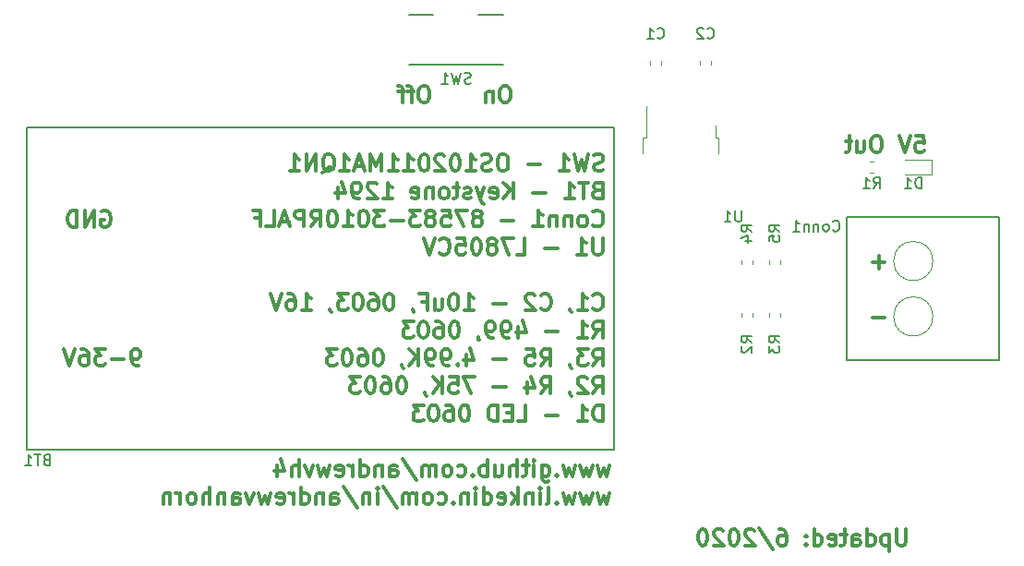
<source format=gbr>
G04 #@! TF.GenerationSoftware,KiCad,Pcbnew,(5.0.2)-1*
G04 #@! TF.CreationDate,2020-06-10T19:57:50-05:00*
G04 #@! TF.ProjectId,BusinessCards,42757369-6e65-4737-9343-617264732e6b,rev?*
G04 #@! TF.SameCoordinates,Original*
G04 #@! TF.FileFunction,Legend,Bot*
G04 #@! TF.FilePolarity,Positive*
%FSLAX46Y46*%
G04 Gerber Fmt 4.6, Leading zero omitted, Abs format (unit mm)*
G04 Created by KiCad (PCBNEW (5.0.2)-1) date 6/10/2020 7:57:50 PM*
%MOMM*%
%LPD*%
G01*
G04 APERTURE LIST*
%ADD10C,0.300000*%
%ADD11C,0.150000*%
%ADD12C,0.120000*%
G04 APERTURE END LIST*
D10*
X187300000Y-98238571D02*
X187300000Y-99452857D01*
X187228571Y-99595714D01*
X187157142Y-99667142D01*
X187014285Y-99738571D01*
X186728571Y-99738571D01*
X186585714Y-99667142D01*
X186514285Y-99595714D01*
X186442857Y-99452857D01*
X186442857Y-98238571D01*
X185728571Y-98738571D02*
X185728571Y-100238571D01*
X185728571Y-98810000D02*
X185585714Y-98738571D01*
X185300000Y-98738571D01*
X185157142Y-98810000D01*
X185085714Y-98881428D01*
X185014285Y-99024285D01*
X185014285Y-99452857D01*
X185085714Y-99595714D01*
X185157142Y-99667142D01*
X185300000Y-99738571D01*
X185585714Y-99738571D01*
X185728571Y-99667142D01*
X183728571Y-99738571D02*
X183728571Y-98238571D01*
X183728571Y-99667142D02*
X183871428Y-99738571D01*
X184157142Y-99738571D01*
X184300000Y-99667142D01*
X184371428Y-99595714D01*
X184442857Y-99452857D01*
X184442857Y-99024285D01*
X184371428Y-98881428D01*
X184300000Y-98810000D01*
X184157142Y-98738571D01*
X183871428Y-98738571D01*
X183728571Y-98810000D01*
X182371428Y-99738571D02*
X182371428Y-98952857D01*
X182442857Y-98810000D01*
X182585714Y-98738571D01*
X182871428Y-98738571D01*
X183014285Y-98810000D01*
X182371428Y-99667142D02*
X182514285Y-99738571D01*
X182871428Y-99738571D01*
X183014285Y-99667142D01*
X183085714Y-99524285D01*
X183085714Y-99381428D01*
X183014285Y-99238571D01*
X182871428Y-99167142D01*
X182514285Y-99167142D01*
X182371428Y-99095714D01*
X181871428Y-98738571D02*
X181300000Y-98738571D01*
X181657142Y-98238571D02*
X181657142Y-99524285D01*
X181585714Y-99667142D01*
X181442857Y-99738571D01*
X181300000Y-99738571D01*
X180228571Y-99667142D02*
X180371428Y-99738571D01*
X180657142Y-99738571D01*
X180800000Y-99667142D01*
X180871428Y-99524285D01*
X180871428Y-98952857D01*
X180800000Y-98810000D01*
X180657142Y-98738571D01*
X180371428Y-98738571D01*
X180228571Y-98810000D01*
X180157142Y-98952857D01*
X180157142Y-99095714D01*
X180871428Y-99238571D01*
X178871428Y-99738571D02*
X178871428Y-98238571D01*
X178871428Y-99667142D02*
X179014285Y-99738571D01*
X179300000Y-99738571D01*
X179442857Y-99667142D01*
X179514285Y-99595714D01*
X179585714Y-99452857D01*
X179585714Y-99024285D01*
X179514285Y-98881428D01*
X179442857Y-98810000D01*
X179300000Y-98738571D01*
X179014285Y-98738571D01*
X178871428Y-98810000D01*
X178157142Y-99595714D02*
X178085714Y-99667142D01*
X178157142Y-99738571D01*
X178228571Y-99667142D01*
X178157142Y-99595714D01*
X178157142Y-99738571D01*
X178157142Y-98810000D02*
X178085714Y-98881428D01*
X178157142Y-98952857D01*
X178228571Y-98881428D01*
X178157142Y-98810000D01*
X178157142Y-98952857D01*
X175657142Y-98238571D02*
X175942857Y-98238571D01*
X176085714Y-98310000D01*
X176157142Y-98381428D01*
X176300000Y-98595714D01*
X176371428Y-98881428D01*
X176371428Y-99452857D01*
X176300000Y-99595714D01*
X176228571Y-99667142D01*
X176085714Y-99738571D01*
X175800000Y-99738571D01*
X175657142Y-99667142D01*
X175585714Y-99595714D01*
X175514285Y-99452857D01*
X175514285Y-99095714D01*
X175585714Y-98952857D01*
X175657142Y-98881428D01*
X175800000Y-98810000D01*
X176085714Y-98810000D01*
X176228571Y-98881428D01*
X176300000Y-98952857D01*
X176371428Y-99095714D01*
X173800000Y-98167142D02*
X175085714Y-100095714D01*
X173371428Y-98381428D02*
X173300000Y-98310000D01*
X173157142Y-98238571D01*
X172800000Y-98238571D01*
X172657142Y-98310000D01*
X172585714Y-98381428D01*
X172514285Y-98524285D01*
X172514285Y-98667142D01*
X172585714Y-98881428D01*
X173442857Y-99738571D01*
X172514285Y-99738571D01*
X171585714Y-98238571D02*
X171442857Y-98238571D01*
X171300000Y-98310000D01*
X171228571Y-98381428D01*
X171157142Y-98524285D01*
X171085714Y-98810000D01*
X171085714Y-99167142D01*
X171157142Y-99452857D01*
X171228571Y-99595714D01*
X171300000Y-99667142D01*
X171442857Y-99738571D01*
X171585714Y-99738571D01*
X171728571Y-99667142D01*
X171800000Y-99595714D01*
X171871428Y-99452857D01*
X171942857Y-99167142D01*
X171942857Y-98810000D01*
X171871428Y-98524285D01*
X171800000Y-98381428D01*
X171728571Y-98310000D01*
X171585714Y-98238571D01*
X170514285Y-98381428D02*
X170442857Y-98310000D01*
X170300000Y-98238571D01*
X169942857Y-98238571D01*
X169800000Y-98310000D01*
X169728571Y-98381428D01*
X169657142Y-98524285D01*
X169657142Y-98667142D01*
X169728571Y-98881428D01*
X170585714Y-99738571D01*
X169657142Y-99738571D01*
X168728571Y-98238571D02*
X168585714Y-98238571D01*
X168442857Y-98310000D01*
X168371428Y-98381428D01*
X168300000Y-98524285D01*
X168228571Y-98810000D01*
X168228571Y-99167142D01*
X168300000Y-99452857D01*
X168371428Y-99595714D01*
X168442857Y-99667142D01*
X168585714Y-99738571D01*
X168728571Y-99738571D01*
X168871428Y-99667142D01*
X168942857Y-99595714D01*
X169014285Y-99452857D01*
X169085714Y-99167142D01*
X169085714Y-98810000D01*
X169014285Y-98524285D01*
X168942857Y-98381428D01*
X168871428Y-98310000D01*
X168728571Y-98238571D01*
X143240000Y-57598571D02*
X142954285Y-57598571D01*
X142811428Y-57670000D01*
X142668571Y-57812857D01*
X142597142Y-58098571D01*
X142597142Y-58598571D01*
X142668571Y-58884285D01*
X142811428Y-59027142D01*
X142954285Y-59098571D01*
X143240000Y-59098571D01*
X143382857Y-59027142D01*
X143525714Y-58884285D01*
X143597142Y-58598571D01*
X143597142Y-58098571D01*
X143525714Y-57812857D01*
X143382857Y-57670000D01*
X143240000Y-57598571D01*
X142168571Y-58098571D02*
X141597142Y-58098571D01*
X141954285Y-59098571D02*
X141954285Y-57812857D01*
X141882857Y-57670000D01*
X141740000Y-57598571D01*
X141597142Y-57598571D01*
X141311428Y-58098571D02*
X140740000Y-58098571D01*
X141097142Y-59098571D02*
X141097142Y-57812857D01*
X141025714Y-57670000D01*
X140882857Y-57598571D01*
X140740000Y-57598571D01*
X150681428Y-57598571D02*
X150395714Y-57598571D01*
X150252857Y-57670000D01*
X150110000Y-57812857D01*
X150038571Y-58098571D01*
X150038571Y-58598571D01*
X150110000Y-58884285D01*
X150252857Y-59027142D01*
X150395714Y-59098571D01*
X150681428Y-59098571D01*
X150824285Y-59027142D01*
X150967142Y-58884285D01*
X151038571Y-58598571D01*
X151038571Y-58098571D01*
X150967142Y-57812857D01*
X150824285Y-57670000D01*
X150681428Y-57598571D01*
X149395714Y-58098571D02*
X149395714Y-59098571D01*
X149395714Y-58241428D02*
X149324285Y-58170000D01*
X149181428Y-58098571D01*
X148967142Y-58098571D01*
X148824285Y-58170000D01*
X148752857Y-58312857D01*
X148752857Y-59098571D01*
X159539285Y-65332142D02*
X159325000Y-65403571D01*
X158967857Y-65403571D01*
X158825000Y-65332142D01*
X158753571Y-65260714D01*
X158682142Y-65117857D01*
X158682142Y-64975000D01*
X158753571Y-64832142D01*
X158825000Y-64760714D01*
X158967857Y-64689285D01*
X159253571Y-64617857D01*
X159396428Y-64546428D01*
X159467857Y-64475000D01*
X159539285Y-64332142D01*
X159539285Y-64189285D01*
X159467857Y-64046428D01*
X159396428Y-63975000D01*
X159253571Y-63903571D01*
X158896428Y-63903571D01*
X158682142Y-63975000D01*
X158182142Y-63903571D02*
X157825000Y-65403571D01*
X157539285Y-64332142D01*
X157253571Y-65403571D01*
X156896428Y-63903571D01*
X155539285Y-65403571D02*
X156396428Y-65403571D01*
X155967857Y-65403571D02*
X155967857Y-63903571D01*
X156110714Y-64117857D01*
X156253571Y-64260714D01*
X156396428Y-64332142D01*
X153753571Y-64832142D02*
X152610714Y-64832142D01*
X150467857Y-63903571D02*
X150182142Y-63903571D01*
X150039285Y-63975000D01*
X149896428Y-64117857D01*
X149825000Y-64403571D01*
X149825000Y-64903571D01*
X149896428Y-65189285D01*
X150039285Y-65332142D01*
X150182142Y-65403571D01*
X150467857Y-65403571D01*
X150610714Y-65332142D01*
X150753571Y-65189285D01*
X150825000Y-64903571D01*
X150825000Y-64403571D01*
X150753571Y-64117857D01*
X150610714Y-63975000D01*
X150467857Y-63903571D01*
X149253571Y-65332142D02*
X149039285Y-65403571D01*
X148682142Y-65403571D01*
X148539285Y-65332142D01*
X148467857Y-65260714D01*
X148396428Y-65117857D01*
X148396428Y-64975000D01*
X148467857Y-64832142D01*
X148539285Y-64760714D01*
X148682142Y-64689285D01*
X148967857Y-64617857D01*
X149110714Y-64546428D01*
X149182142Y-64475000D01*
X149253571Y-64332142D01*
X149253571Y-64189285D01*
X149182142Y-64046428D01*
X149110714Y-63975000D01*
X148967857Y-63903571D01*
X148610714Y-63903571D01*
X148396428Y-63975000D01*
X146967857Y-65403571D02*
X147825000Y-65403571D01*
X147396428Y-65403571D02*
X147396428Y-63903571D01*
X147539285Y-64117857D01*
X147682142Y-64260714D01*
X147825000Y-64332142D01*
X146039285Y-63903571D02*
X145896428Y-63903571D01*
X145753571Y-63975000D01*
X145682142Y-64046428D01*
X145610714Y-64189285D01*
X145539285Y-64475000D01*
X145539285Y-64832142D01*
X145610714Y-65117857D01*
X145682142Y-65260714D01*
X145753571Y-65332142D01*
X145896428Y-65403571D01*
X146039285Y-65403571D01*
X146182142Y-65332142D01*
X146253571Y-65260714D01*
X146325000Y-65117857D01*
X146396428Y-64832142D01*
X146396428Y-64475000D01*
X146325000Y-64189285D01*
X146253571Y-64046428D01*
X146182142Y-63975000D01*
X146039285Y-63903571D01*
X144967857Y-64046428D02*
X144896428Y-63975000D01*
X144753571Y-63903571D01*
X144396428Y-63903571D01*
X144253571Y-63975000D01*
X144182142Y-64046428D01*
X144110714Y-64189285D01*
X144110714Y-64332142D01*
X144182142Y-64546428D01*
X145039285Y-65403571D01*
X144110714Y-65403571D01*
X143182142Y-63903571D02*
X143039285Y-63903571D01*
X142896428Y-63975000D01*
X142825000Y-64046428D01*
X142753571Y-64189285D01*
X142682142Y-64475000D01*
X142682142Y-64832142D01*
X142753571Y-65117857D01*
X142825000Y-65260714D01*
X142896428Y-65332142D01*
X143039285Y-65403571D01*
X143182142Y-65403571D01*
X143325000Y-65332142D01*
X143396428Y-65260714D01*
X143467857Y-65117857D01*
X143539285Y-64832142D01*
X143539285Y-64475000D01*
X143467857Y-64189285D01*
X143396428Y-64046428D01*
X143325000Y-63975000D01*
X143182142Y-63903571D01*
X141253571Y-65403571D02*
X142110714Y-65403571D01*
X141682142Y-65403571D02*
X141682142Y-63903571D01*
X141825000Y-64117857D01*
X141967857Y-64260714D01*
X142110714Y-64332142D01*
X139825000Y-65403571D02*
X140682142Y-65403571D01*
X140253571Y-65403571D02*
X140253571Y-63903571D01*
X140396428Y-64117857D01*
X140539285Y-64260714D01*
X140682142Y-64332142D01*
X139182142Y-65403571D02*
X139182142Y-63903571D01*
X138682142Y-64975000D01*
X138182142Y-63903571D01*
X138182142Y-65403571D01*
X137539285Y-64975000D02*
X136825000Y-64975000D01*
X137682142Y-65403571D02*
X137182142Y-63903571D01*
X136682142Y-65403571D01*
X135396428Y-65403571D02*
X136253571Y-65403571D01*
X135825000Y-65403571D02*
X135825000Y-63903571D01*
X135967857Y-64117857D01*
X136110714Y-64260714D01*
X136253571Y-64332142D01*
X133753571Y-65546428D02*
X133896428Y-65475000D01*
X134039285Y-65332142D01*
X134253571Y-65117857D01*
X134396428Y-65046428D01*
X134539285Y-65046428D01*
X134467857Y-65403571D02*
X134610714Y-65332142D01*
X134753571Y-65189285D01*
X134825000Y-64903571D01*
X134825000Y-64403571D01*
X134753571Y-64117857D01*
X134610714Y-63975000D01*
X134467857Y-63903571D01*
X134182142Y-63903571D01*
X134039285Y-63975000D01*
X133896428Y-64117857D01*
X133825000Y-64403571D01*
X133825000Y-64903571D01*
X133896428Y-65189285D01*
X134039285Y-65332142D01*
X134182142Y-65403571D01*
X134467857Y-65403571D01*
X133182142Y-65403571D02*
X133182142Y-63903571D01*
X132325000Y-65403571D01*
X132325000Y-63903571D01*
X130825000Y-65403571D02*
X131682142Y-65403571D01*
X131253571Y-65403571D02*
X131253571Y-63903571D01*
X131396428Y-64117857D01*
X131539285Y-64260714D01*
X131682142Y-64332142D01*
X158967857Y-67167857D02*
X158753571Y-67239285D01*
X158682142Y-67310714D01*
X158610714Y-67453571D01*
X158610714Y-67667857D01*
X158682142Y-67810714D01*
X158753571Y-67882142D01*
X158896428Y-67953571D01*
X159467857Y-67953571D01*
X159467857Y-66453571D01*
X158967857Y-66453571D01*
X158825000Y-66525000D01*
X158753571Y-66596428D01*
X158682142Y-66739285D01*
X158682142Y-66882142D01*
X158753571Y-67025000D01*
X158825000Y-67096428D01*
X158967857Y-67167857D01*
X159467857Y-67167857D01*
X158182142Y-66453571D02*
X157325000Y-66453571D01*
X157753571Y-67953571D02*
X157753571Y-66453571D01*
X156039285Y-67953571D02*
X156896428Y-67953571D01*
X156467857Y-67953571D02*
X156467857Y-66453571D01*
X156610714Y-66667857D01*
X156753571Y-66810714D01*
X156896428Y-66882142D01*
X154253571Y-67382142D02*
X153110714Y-67382142D01*
X151253571Y-67953571D02*
X151253571Y-66453571D01*
X150396428Y-67953571D02*
X151039285Y-67096428D01*
X150396428Y-66453571D02*
X151253571Y-67310714D01*
X149182142Y-67882142D02*
X149325000Y-67953571D01*
X149610714Y-67953571D01*
X149753571Y-67882142D01*
X149825000Y-67739285D01*
X149825000Y-67167857D01*
X149753571Y-67025000D01*
X149610714Y-66953571D01*
X149325000Y-66953571D01*
X149182142Y-67025000D01*
X149110714Y-67167857D01*
X149110714Y-67310714D01*
X149825000Y-67453571D01*
X148610714Y-66953571D02*
X148253571Y-67953571D01*
X147896428Y-66953571D02*
X148253571Y-67953571D01*
X148396428Y-68310714D01*
X148467857Y-68382142D01*
X148610714Y-68453571D01*
X147396428Y-67882142D02*
X147253571Y-67953571D01*
X146967857Y-67953571D01*
X146825000Y-67882142D01*
X146753571Y-67739285D01*
X146753571Y-67667857D01*
X146825000Y-67525000D01*
X146967857Y-67453571D01*
X147182142Y-67453571D01*
X147325000Y-67382142D01*
X147396428Y-67239285D01*
X147396428Y-67167857D01*
X147325000Y-67025000D01*
X147182142Y-66953571D01*
X146967857Y-66953571D01*
X146825000Y-67025000D01*
X146325000Y-66953571D02*
X145753571Y-66953571D01*
X146110714Y-66453571D02*
X146110714Y-67739285D01*
X146039285Y-67882142D01*
X145896428Y-67953571D01*
X145753571Y-67953571D01*
X145039285Y-67953571D02*
X145182142Y-67882142D01*
X145253571Y-67810714D01*
X145325000Y-67667857D01*
X145325000Y-67239285D01*
X145253571Y-67096428D01*
X145182142Y-67025000D01*
X145039285Y-66953571D01*
X144825000Y-66953571D01*
X144682142Y-67025000D01*
X144610714Y-67096428D01*
X144539285Y-67239285D01*
X144539285Y-67667857D01*
X144610714Y-67810714D01*
X144682142Y-67882142D01*
X144825000Y-67953571D01*
X145039285Y-67953571D01*
X143896428Y-66953571D02*
X143896428Y-67953571D01*
X143896428Y-67096428D02*
X143825000Y-67025000D01*
X143682142Y-66953571D01*
X143467857Y-66953571D01*
X143325000Y-67025000D01*
X143253571Y-67167857D01*
X143253571Y-67953571D01*
X141967857Y-67882142D02*
X142110714Y-67953571D01*
X142396428Y-67953571D01*
X142539285Y-67882142D01*
X142610714Y-67739285D01*
X142610714Y-67167857D01*
X142539285Y-67025000D01*
X142396428Y-66953571D01*
X142110714Y-66953571D01*
X141967857Y-67025000D01*
X141896428Y-67167857D01*
X141896428Y-67310714D01*
X142610714Y-67453571D01*
X139325000Y-67953571D02*
X140182142Y-67953571D01*
X139753571Y-67953571D02*
X139753571Y-66453571D01*
X139896428Y-66667857D01*
X140039285Y-66810714D01*
X140182142Y-66882142D01*
X138753571Y-66596428D02*
X138682142Y-66525000D01*
X138539285Y-66453571D01*
X138182142Y-66453571D01*
X138039285Y-66525000D01*
X137967857Y-66596428D01*
X137896428Y-66739285D01*
X137896428Y-66882142D01*
X137967857Y-67096428D01*
X138825000Y-67953571D01*
X137896428Y-67953571D01*
X137182142Y-67953571D02*
X136896428Y-67953571D01*
X136753571Y-67882142D01*
X136682142Y-67810714D01*
X136539285Y-67596428D01*
X136467857Y-67310714D01*
X136467857Y-66739285D01*
X136539285Y-66596428D01*
X136610714Y-66525000D01*
X136753571Y-66453571D01*
X137039285Y-66453571D01*
X137182142Y-66525000D01*
X137253571Y-66596428D01*
X137325000Y-66739285D01*
X137325000Y-67096428D01*
X137253571Y-67239285D01*
X137182142Y-67310714D01*
X137039285Y-67382142D01*
X136753571Y-67382142D01*
X136610714Y-67310714D01*
X136539285Y-67239285D01*
X136467857Y-67096428D01*
X135182142Y-66953571D02*
X135182142Y-67953571D01*
X135539285Y-66382142D02*
X135896428Y-67453571D01*
X134967857Y-67453571D01*
X158610714Y-70360714D02*
X158682142Y-70432142D01*
X158896428Y-70503571D01*
X159039285Y-70503571D01*
X159253571Y-70432142D01*
X159396428Y-70289285D01*
X159467857Y-70146428D01*
X159539285Y-69860714D01*
X159539285Y-69646428D01*
X159467857Y-69360714D01*
X159396428Y-69217857D01*
X159253571Y-69075000D01*
X159039285Y-69003571D01*
X158896428Y-69003571D01*
X158682142Y-69075000D01*
X158610714Y-69146428D01*
X157753571Y-70503571D02*
X157896428Y-70432142D01*
X157967857Y-70360714D01*
X158039285Y-70217857D01*
X158039285Y-69789285D01*
X157967857Y-69646428D01*
X157896428Y-69575000D01*
X157753571Y-69503571D01*
X157539285Y-69503571D01*
X157396428Y-69575000D01*
X157325000Y-69646428D01*
X157253571Y-69789285D01*
X157253571Y-70217857D01*
X157325000Y-70360714D01*
X157396428Y-70432142D01*
X157539285Y-70503571D01*
X157753571Y-70503571D01*
X156610714Y-69503571D02*
X156610714Y-70503571D01*
X156610714Y-69646428D02*
X156539285Y-69575000D01*
X156396428Y-69503571D01*
X156182142Y-69503571D01*
X156039285Y-69575000D01*
X155967857Y-69717857D01*
X155967857Y-70503571D01*
X155253571Y-69503571D02*
X155253571Y-70503571D01*
X155253571Y-69646428D02*
X155182142Y-69575000D01*
X155039285Y-69503571D01*
X154825000Y-69503571D01*
X154682142Y-69575000D01*
X154610714Y-69717857D01*
X154610714Y-70503571D01*
X153110714Y-70503571D02*
X153967857Y-70503571D01*
X153539285Y-70503571D02*
X153539285Y-69003571D01*
X153682142Y-69217857D01*
X153825000Y-69360714D01*
X153967857Y-69432142D01*
X151325000Y-69932142D02*
X150182142Y-69932142D01*
X148110714Y-69646428D02*
X148253571Y-69575000D01*
X148325000Y-69503571D01*
X148396428Y-69360714D01*
X148396428Y-69289285D01*
X148325000Y-69146428D01*
X148253571Y-69075000D01*
X148110714Y-69003571D01*
X147825000Y-69003571D01*
X147682142Y-69075000D01*
X147610714Y-69146428D01*
X147539285Y-69289285D01*
X147539285Y-69360714D01*
X147610714Y-69503571D01*
X147682142Y-69575000D01*
X147825000Y-69646428D01*
X148110714Y-69646428D01*
X148253571Y-69717857D01*
X148325000Y-69789285D01*
X148396428Y-69932142D01*
X148396428Y-70217857D01*
X148325000Y-70360714D01*
X148253571Y-70432142D01*
X148110714Y-70503571D01*
X147825000Y-70503571D01*
X147682142Y-70432142D01*
X147610714Y-70360714D01*
X147539285Y-70217857D01*
X147539285Y-69932142D01*
X147610714Y-69789285D01*
X147682142Y-69717857D01*
X147825000Y-69646428D01*
X147039285Y-69003571D02*
X146039285Y-69003571D01*
X146682142Y-70503571D01*
X144753571Y-69003571D02*
X145467857Y-69003571D01*
X145539285Y-69717857D01*
X145467857Y-69646428D01*
X145325000Y-69575000D01*
X144967857Y-69575000D01*
X144825000Y-69646428D01*
X144753571Y-69717857D01*
X144682142Y-69860714D01*
X144682142Y-70217857D01*
X144753571Y-70360714D01*
X144825000Y-70432142D01*
X144967857Y-70503571D01*
X145325000Y-70503571D01*
X145467857Y-70432142D01*
X145539285Y-70360714D01*
X143825000Y-69646428D02*
X143967857Y-69575000D01*
X144039285Y-69503571D01*
X144110714Y-69360714D01*
X144110714Y-69289285D01*
X144039285Y-69146428D01*
X143967857Y-69075000D01*
X143825000Y-69003571D01*
X143539285Y-69003571D01*
X143396428Y-69075000D01*
X143325000Y-69146428D01*
X143253571Y-69289285D01*
X143253571Y-69360714D01*
X143325000Y-69503571D01*
X143396428Y-69575000D01*
X143539285Y-69646428D01*
X143825000Y-69646428D01*
X143967857Y-69717857D01*
X144039285Y-69789285D01*
X144110714Y-69932142D01*
X144110714Y-70217857D01*
X144039285Y-70360714D01*
X143967857Y-70432142D01*
X143825000Y-70503571D01*
X143539285Y-70503571D01*
X143396428Y-70432142D01*
X143325000Y-70360714D01*
X143253571Y-70217857D01*
X143253571Y-69932142D01*
X143325000Y-69789285D01*
X143396428Y-69717857D01*
X143539285Y-69646428D01*
X142753571Y-69003571D02*
X141825000Y-69003571D01*
X142325000Y-69575000D01*
X142110714Y-69575000D01*
X141967857Y-69646428D01*
X141896428Y-69717857D01*
X141825000Y-69860714D01*
X141825000Y-70217857D01*
X141896428Y-70360714D01*
X141967857Y-70432142D01*
X142110714Y-70503571D01*
X142539285Y-70503571D01*
X142682142Y-70432142D01*
X142753571Y-70360714D01*
X141182142Y-69932142D02*
X140039285Y-69932142D01*
X139467857Y-69003571D02*
X138539285Y-69003571D01*
X139039285Y-69575000D01*
X138825000Y-69575000D01*
X138682142Y-69646428D01*
X138610714Y-69717857D01*
X138539285Y-69860714D01*
X138539285Y-70217857D01*
X138610714Y-70360714D01*
X138682142Y-70432142D01*
X138825000Y-70503571D01*
X139253571Y-70503571D01*
X139396428Y-70432142D01*
X139467857Y-70360714D01*
X137610714Y-69003571D02*
X137467857Y-69003571D01*
X137325000Y-69075000D01*
X137253571Y-69146428D01*
X137182142Y-69289285D01*
X137110714Y-69575000D01*
X137110714Y-69932142D01*
X137182142Y-70217857D01*
X137253571Y-70360714D01*
X137325000Y-70432142D01*
X137467857Y-70503571D01*
X137610714Y-70503571D01*
X137753571Y-70432142D01*
X137825000Y-70360714D01*
X137896428Y-70217857D01*
X137967857Y-69932142D01*
X137967857Y-69575000D01*
X137896428Y-69289285D01*
X137825000Y-69146428D01*
X137753571Y-69075000D01*
X137610714Y-69003571D01*
X135682142Y-70503571D02*
X136539285Y-70503571D01*
X136110714Y-70503571D02*
X136110714Y-69003571D01*
X136253571Y-69217857D01*
X136396428Y-69360714D01*
X136539285Y-69432142D01*
X134753571Y-69003571D02*
X134610714Y-69003571D01*
X134467857Y-69075000D01*
X134396428Y-69146428D01*
X134325000Y-69289285D01*
X134253571Y-69575000D01*
X134253571Y-69932142D01*
X134325000Y-70217857D01*
X134396428Y-70360714D01*
X134467857Y-70432142D01*
X134610714Y-70503571D01*
X134753571Y-70503571D01*
X134896428Y-70432142D01*
X134967857Y-70360714D01*
X135039285Y-70217857D01*
X135110714Y-69932142D01*
X135110714Y-69575000D01*
X135039285Y-69289285D01*
X134967857Y-69146428D01*
X134896428Y-69075000D01*
X134753571Y-69003571D01*
X132753571Y-70503571D02*
X133253571Y-69789285D01*
X133610714Y-70503571D02*
X133610714Y-69003571D01*
X133039285Y-69003571D01*
X132896428Y-69075000D01*
X132824999Y-69146428D01*
X132753571Y-69289285D01*
X132753571Y-69503571D01*
X132824999Y-69646428D01*
X132896428Y-69717857D01*
X133039285Y-69789285D01*
X133610714Y-69789285D01*
X132110714Y-70503571D02*
X132110714Y-69003571D01*
X131539285Y-69003571D01*
X131396428Y-69075000D01*
X131324999Y-69146428D01*
X131253571Y-69289285D01*
X131253571Y-69503571D01*
X131324999Y-69646428D01*
X131396428Y-69717857D01*
X131539285Y-69789285D01*
X132110714Y-69789285D01*
X130682142Y-70075000D02*
X129967857Y-70075000D01*
X130824999Y-70503571D02*
X130324999Y-69003571D01*
X129824999Y-70503571D01*
X128610714Y-70503571D02*
X129324999Y-70503571D01*
X129324999Y-69003571D01*
X127610714Y-69717857D02*
X128110714Y-69717857D01*
X128110714Y-70503571D02*
X128110714Y-69003571D01*
X127396428Y-69003571D01*
X159467857Y-71553571D02*
X159467857Y-72767857D01*
X159396428Y-72910714D01*
X159325000Y-72982142D01*
X159182142Y-73053571D01*
X158896428Y-73053571D01*
X158753571Y-72982142D01*
X158682142Y-72910714D01*
X158610714Y-72767857D01*
X158610714Y-71553571D01*
X157110714Y-73053571D02*
X157967857Y-73053571D01*
X157539285Y-73053571D02*
X157539285Y-71553571D01*
X157682142Y-71767857D01*
X157825000Y-71910714D01*
X157967857Y-71982142D01*
X155325000Y-72482142D02*
X154182142Y-72482142D01*
X151610714Y-73053571D02*
X152325000Y-73053571D01*
X152325000Y-71553571D01*
X151253571Y-71553571D02*
X150253571Y-71553571D01*
X150896428Y-73053571D01*
X149467857Y-72196428D02*
X149610714Y-72125000D01*
X149682142Y-72053571D01*
X149753571Y-71910714D01*
X149753571Y-71839285D01*
X149682142Y-71696428D01*
X149610714Y-71625000D01*
X149467857Y-71553571D01*
X149182142Y-71553571D01*
X149039285Y-71625000D01*
X148967857Y-71696428D01*
X148896428Y-71839285D01*
X148896428Y-71910714D01*
X148967857Y-72053571D01*
X149039285Y-72125000D01*
X149182142Y-72196428D01*
X149467857Y-72196428D01*
X149610714Y-72267857D01*
X149682142Y-72339285D01*
X149753571Y-72482142D01*
X149753571Y-72767857D01*
X149682142Y-72910714D01*
X149610714Y-72982142D01*
X149467857Y-73053571D01*
X149182142Y-73053571D01*
X149039285Y-72982142D01*
X148967857Y-72910714D01*
X148896428Y-72767857D01*
X148896428Y-72482142D01*
X148967857Y-72339285D01*
X149039285Y-72267857D01*
X149182142Y-72196428D01*
X147967857Y-71553571D02*
X147825000Y-71553571D01*
X147682142Y-71625000D01*
X147610714Y-71696428D01*
X147539285Y-71839285D01*
X147467857Y-72125000D01*
X147467857Y-72482142D01*
X147539285Y-72767857D01*
X147610714Y-72910714D01*
X147682142Y-72982142D01*
X147825000Y-73053571D01*
X147967857Y-73053571D01*
X148110714Y-72982142D01*
X148182142Y-72910714D01*
X148253571Y-72767857D01*
X148325000Y-72482142D01*
X148325000Y-72125000D01*
X148253571Y-71839285D01*
X148182142Y-71696428D01*
X148110714Y-71625000D01*
X147967857Y-71553571D01*
X146110714Y-71553571D02*
X146825000Y-71553571D01*
X146896428Y-72267857D01*
X146825000Y-72196428D01*
X146682142Y-72125000D01*
X146325000Y-72125000D01*
X146182142Y-72196428D01*
X146110714Y-72267857D01*
X146039285Y-72410714D01*
X146039285Y-72767857D01*
X146110714Y-72910714D01*
X146182142Y-72982142D01*
X146325000Y-73053571D01*
X146682142Y-73053571D01*
X146825000Y-72982142D01*
X146896428Y-72910714D01*
X144539285Y-72910714D02*
X144610714Y-72982142D01*
X144825000Y-73053571D01*
X144967857Y-73053571D01*
X145182142Y-72982142D01*
X145325000Y-72839285D01*
X145396428Y-72696428D01*
X145467857Y-72410714D01*
X145467857Y-72196428D01*
X145396428Y-71910714D01*
X145325000Y-71767857D01*
X145182142Y-71625000D01*
X144967857Y-71553571D01*
X144825000Y-71553571D01*
X144610714Y-71625000D01*
X144539285Y-71696428D01*
X144110714Y-71553571D02*
X143610714Y-73053571D01*
X143110714Y-71553571D01*
X158610714Y-78010714D02*
X158682142Y-78082142D01*
X158896428Y-78153571D01*
X159039285Y-78153571D01*
X159253571Y-78082142D01*
X159396428Y-77939285D01*
X159467857Y-77796428D01*
X159539285Y-77510714D01*
X159539285Y-77296428D01*
X159467857Y-77010714D01*
X159396428Y-76867857D01*
X159253571Y-76725000D01*
X159039285Y-76653571D01*
X158896428Y-76653571D01*
X158682142Y-76725000D01*
X158610714Y-76796428D01*
X157182142Y-78153571D02*
X158039285Y-78153571D01*
X157610714Y-78153571D02*
X157610714Y-76653571D01*
X157753571Y-76867857D01*
X157896428Y-77010714D01*
X158039285Y-77082142D01*
X156467857Y-78082142D02*
X156467857Y-78153571D01*
X156539285Y-78296428D01*
X156610714Y-78367857D01*
X153825000Y-78010714D02*
X153896428Y-78082142D01*
X154110714Y-78153571D01*
X154253571Y-78153571D01*
X154467857Y-78082142D01*
X154610714Y-77939285D01*
X154682142Y-77796428D01*
X154753571Y-77510714D01*
X154753571Y-77296428D01*
X154682142Y-77010714D01*
X154610714Y-76867857D01*
X154467857Y-76725000D01*
X154253571Y-76653571D01*
X154110714Y-76653571D01*
X153896428Y-76725000D01*
X153825000Y-76796428D01*
X153253571Y-76796428D02*
X153182142Y-76725000D01*
X153039285Y-76653571D01*
X152682142Y-76653571D01*
X152539285Y-76725000D01*
X152467857Y-76796428D01*
X152396428Y-76939285D01*
X152396428Y-77082142D01*
X152467857Y-77296428D01*
X153325000Y-78153571D01*
X152396428Y-78153571D01*
X150610714Y-77582142D02*
X149467857Y-77582142D01*
X146825000Y-78153571D02*
X147682142Y-78153571D01*
X147253571Y-78153571D02*
X147253571Y-76653571D01*
X147396428Y-76867857D01*
X147539285Y-77010714D01*
X147682142Y-77082142D01*
X145896428Y-76653571D02*
X145753571Y-76653571D01*
X145610714Y-76725000D01*
X145539285Y-76796428D01*
X145467857Y-76939285D01*
X145396428Y-77225000D01*
X145396428Y-77582142D01*
X145467857Y-77867857D01*
X145539285Y-78010714D01*
X145610714Y-78082142D01*
X145753571Y-78153571D01*
X145896428Y-78153571D01*
X146039285Y-78082142D01*
X146110714Y-78010714D01*
X146182142Y-77867857D01*
X146253571Y-77582142D01*
X146253571Y-77225000D01*
X146182142Y-76939285D01*
X146110714Y-76796428D01*
X146039285Y-76725000D01*
X145896428Y-76653571D01*
X144110714Y-77153571D02*
X144110714Y-78153571D01*
X144753571Y-77153571D02*
X144753571Y-77939285D01*
X144682142Y-78082142D01*
X144539285Y-78153571D01*
X144325000Y-78153571D01*
X144182142Y-78082142D01*
X144110714Y-78010714D01*
X142896428Y-77367857D02*
X143396428Y-77367857D01*
X143396428Y-78153571D02*
X143396428Y-76653571D01*
X142682142Y-76653571D01*
X142039285Y-78082142D02*
X142039285Y-78153571D01*
X142110714Y-78296428D01*
X142182142Y-78367857D01*
X139967857Y-76653571D02*
X139825000Y-76653571D01*
X139682142Y-76725000D01*
X139610714Y-76796428D01*
X139539285Y-76939285D01*
X139467857Y-77225000D01*
X139467857Y-77582142D01*
X139539285Y-77867857D01*
X139610714Y-78010714D01*
X139682142Y-78082142D01*
X139825000Y-78153571D01*
X139967857Y-78153571D01*
X140110714Y-78082142D01*
X140182142Y-78010714D01*
X140253571Y-77867857D01*
X140325000Y-77582142D01*
X140325000Y-77225000D01*
X140253571Y-76939285D01*
X140182142Y-76796428D01*
X140110714Y-76725000D01*
X139967857Y-76653571D01*
X138182142Y-76653571D02*
X138467857Y-76653571D01*
X138610714Y-76725000D01*
X138682142Y-76796428D01*
X138825000Y-77010714D01*
X138896428Y-77296428D01*
X138896428Y-77867857D01*
X138825000Y-78010714D01*
X138753571Y-78082142D01*
X138610714Y-78153571D01*
X138325000Y-78153571D01*
X138182142Y-78082142D01*
X138110714Y-78010714D01*
X138039285Y-77867857D01*
X138039285Y-77510714D01*
X138110714Y-77367857D01*
X138182142Y-77296428D01*
X138325000Y-77225000D01*
X138610714Y-77225000D01*
X138753571Y-77296428D01*
X138825000Y-77367857D01*
X138896428Y-77510714D01*
X137110714Y-76653571D02*
X136967857Y-76653571D01*
X136825000Y-76725000D01*
X136753571Y-76796428D01*
X136682142Y-76939285D01*
X136610714Y-77225000D01*
X136610714Y-77582142D01*
X136682142Y-77867857D01*
X136753571Y-78010714D01*
X136825000Y-78082142D01*
X136967857Y-78153571D01*
X137110714Y-78153571D01*
X137253571Y-78082142D01*
X137325000Y-78010714D01*
X137396428Y-77867857D01*
X137467857Y-77582142D01*
X137467857Y-77225000D01*
X137396428Y-76939285D01*
X137325000Y-76796428D01*
X137253571Y-76725000D01*
X137110714Y-76653571D01*
X136110714Y-76653571D02*
X135182142Y-76653571D01*
X135682142Y-77225000D01*
X135467857Y-77225000D01*
X135325000Y-77296428D01*
X135253571Y-77367857D01*
X135182142Y-77510714D01*
X135182142Y-77867857D01*
X135253571Y-78010714D01*
X135325000Y-78082142D01*
X135467857Y-78153571D01*
X135896428Y-78153571D01*
X136039285Y-78082142D01*
X136110714Y-78010714D01*
X134467857Y-78082142D02*
X134467857Y-78153571D01*
X134539285Y-78296428D01*
X134610714Y-78367857D01*
X131896428Y-78153571D02*
X132753571Y-78153571D01*
X132325000Y-78153571D02*
X132325000Y-76653571D01*
X132467857Y-76867857D01*
X132610714Y-77010714D01*
X132753571Y-77082142D01*
X130610714Y-76653571D02*
X130896428Y-76653571D01*
X131039285Y-76725000D01*
X131110714Y-76796428D01*
X131253571Y-77010714D01*
X131325000Y-77296428D01*
X131325000Y-77867857D01*
X131253571Y-78010714D01*
X131182142Y-78082142D01*
X131039285Y-78153571D01*
X130753571Y-78153571D01*
X130610714Y-78082142D01*
X130539285Y-78010714D01*
X130467857Y-77867857D01*
X130467857Y-77510714D01*
X130539285Y-77367857D01*
X130610714Y-77296428D01*
X130753571Y-77225000D01*
X131039285Y-77225000D01*
X131182142Y-77296428D01*
X131253571Y-77367857D01*
X131325000Y-77510714D01*
X130039285Y-76653571D02*
X129539285Y-78153571D01*
X129039285Y-76653571D01*
X158610714Y-80703571D02*
X159110714Y-79989285D01*
X159467857Y-80703571D02*
X159467857Y-79203571D01*
X158896428Y-79203571D01*
X158753571Y-79275000D01*
X158682142Y-79346428D01*
X158610714Y-79489285D01*
X158610714Y-79703571D01*
X158682142Y-79846428D01*
X158753571Y-79917857D01*
X158896428Y-79989285D01*
X159467857Y-79989285D01*
X157182142Y-80703571D02*
X158039285Y-80703571D01*
X157610714Y-80703571D02*
X157610714Y-79203571D01*
X157753571Y-79417857D01*
X157896428Y-79560714D01*
X158039285Y-79632142D01*
X155396428Y-80132142D02*
X154253571Y-80132142D01*
X151753571Y-79703571D02*
X151753571Y-80703571D01*
X152110714Y-79132142D02*
X152467857Y-80203571D01*
X151539285Y-80203571D01*
X150896428Y-80703571D02*
X150610714Y-80703571D01*
X150467857Y-80632142D01*
X150396428Y-80560714D01*
X150253571Y-80346428D01*
X150182142Y-80060714D01*
X150182142Y-79489285D01*
X150253571Y-79346428D01*
X150325000Y-79275000D01*
X150467857Y-79203571D01*
X150753571Y-79203571D01*
X150896428Y-79275000D01*
X150967857Y-79346428D01*
X151039285Y-79489285D01*
X151039285Y-79846428D01*
X150967857Y-79989285D01*
X150896428Y-80060714D01*
X150753571Y-80132142D01*
X150467857Y-80132142D01*
X150325000Y-80060714D01*
X150253571Y-79989285D01*
X150182142Y-79846428D01*
X149467857Y-80703571D02*
X149182142Y-80703571D01*
X149039285Y-80632142D01*
X148967857Y-80560714D01*
X148825000Y-80346428D01*
X148753571Y-80060714D01*
X148753571Y-79489285D01*
X148825000Y-79346428D01*
X148896428Y-79275000D01*
X149039285Y-79203571D01*
X149325000Y-79203571D01*
X149467857Y-79275000D01*
X149539285Y-79346428D01*
X149610714Y-79489285D01*
X149610714Y-79846428D01*
X149539285Y-79989285D01*
X149467857Y-80060714D01*
X149325000Y-80132142D01*
X149039285Y-80132142D01*
X148896428Y-80060714D01*
X148825000Y-79989285D01*
X148753571Y-79846428D01*
X148039285Y-80632142D02*
X148039285Y-80703571D01*
X148110714Y-80846428D01*
X148182142Y-80917857D01*
X145967857Y-79203571D02*
X145825000Y-79203571D01*
X145682142Y-79275000D01*
X145610714Y-79346428D01*
X145539285Y-79489285D01*
X145467857Y-79775000D01*
X145467857Y-80132142D01*
X145539285Y-80417857D01*
X145610714Y-80560714D01*
X145682142Y-80632142D01*
X145825000Y-80703571D01*
X145967857Y-80703571D01*
X146110714Y-80632142D01*
X146182142Y-80560714D01*
X146253571Y-80417857D01*
X146325000Y-80132142D01*
X146325000Y-79775000D01*
X146253571Y-79489285D01*
X146182142Y-79346428D01*
X146110714Y-79275000D01*
X145967857Y-79203571D01*
X144182142Y-79203571D02*
X144467857Y-79203571D01*
X144610714Y-79275000D01*
X144682142Y-79346428D01*
X144825000Y-79560714D01*
X144896428Y-79846428D01*
X144896428Y-80417857D01*
X144825000Y-80560714D01*
X144753571Y-80632142D01*
X144610714Y-80703571D01*
X144325000Y-80703571D01*
X144182142Y-80632142D01*
X144110714Y-80560714D01*
X144039285Y-80417857D01*
X144039285Y-80060714D01*
X144110714Y-79917857D01*
X144182142Y-79846428D01*
X144325000Y-79775000D01*
X144610714Y-79775000D01*
X144753571Y-79846428D01*
X144825000Y-79917857D01*
X144896428Y-80060714D01*
X143110714Y-79203571D02*
X142967857Y-79203571D01*
X142825000Y-79275000D01*
X142753571Y-79346428D01*
X142682142Y-79489285D01*
X142610714Y-79775000D01*
X142610714Y-80132142D01*
X142682142Y-80417857D01*
X142753571Y-80560714D01*
X142825000Y-80632142D01*
X142967857Y-80703571D01*
X143110714Y-80703571D01*
X143253571Y-80632142D01*
X143325000Y-80560714D01*
X143396428Y-80417857D01*
X143467857Y-80132142D01*
X143467857Y-79775000D01*
X143396428Y-79489285D01*
X143325000Y-79346428D01*
X143253571Y-79275000D01*
X143110714Y-79203571D01*
X142110714Y-79203571D02*
X141182142Y-79203571D01*
X141682142Y-79775000D01*
X141467857Y-79775000D01*
X141325000Y-79846428D01*
X141253571Y-79917857D01*
X141182142Y-80060714D01*
X141182142Y-80417857D01*
X141253571Y-80560714D01*
X141325000Y-80632142D01*
X141467857Y-80703571D01*
X141896428Y-80703571D01*
X142039285Y-80632142D01*
X142110714Y-80560714D01*
X158610714Y-83253571D02*
X159110714Y-82539285D01*
X159467857Y-83253571D02*
X159467857Y-81753571D01*
X158896428Y-81753571D01*
X158753571Y-81825000D01*
X158682142Y-81896428D01*
X158610714Y-82039285D01*
X158610714Y-82253571D01*
X158682142Y-82396428D01*
X158753571Y-82467857D01*
X158896428Y-82539285D01*
X159467857Y-82539285D01*
X158110714Y-81753571D02*
X157182142Y-81753571D01*
X157682142Y-82325000D01*
X157467857Y-82325000D01*
X157325000Y-82396428D01*
X157253571Y-82467857D01*
X157182142Y-82610714D01*
X157182142Y-82967857D01*
X157253571Y-83110714D01*
X157325000Y-83182142D01*
X157467857Y-83253571D01*
X157896428Y-83253571D01*
X158039285Y-83182142D01*
X158110714Y-83110714D01*
X156467857Y-83182142D02*
X156467857Y-83253571D01*
X156539285Y-83396428D01*
X156610714Y-83467857D01*
X153825000Y-83253571D02*
X154325000Y-82539285D01*
X154682142Y-83253571D02*
X154682142Y-81753571D01*
X154110714Y-81753571D01*
X153967857Y-81825000D01*
X153896428Y-81896428D01*
X153825000Y-82039285D01*
X153825000Y-82253571D01*
X153896428Y-82396428D01*
X153967857Y-82467857D01*
X154110714Y-82539285D01*
X154682142Y-82539285D01*
X152467857Y-81753571D02*
X153182142Y-81753571D01*
X153253571Y-82467857D01*
X153182142Y-82396428D01*
X153039285Y-82325000D01*
X152682142Y-82325000D01*
X152539285Y-82396428D01*
X152467857Y-82467857D01*
X152396428Y-82610714D01*
X152396428Y-82967857D01*
X152467857Y-83110714D01*
X152539285Y-83182142D01*
X152682142Y-83253571D01*
X153039285Y-83253571D01*
X153182142Y-83182142D01*
X153253571Y-83110714D01*
X150610714Y-82682142D02*
X149467857Y-82682142D01*
X146967857Y-82253571D02*
X146967857Y-83253571D01*
X147325000Y-81682142D02*
X147682142Y-82753571D01*
X146753571Y-82753571D01*
X146182142Y-83110714D02*
X146110714Y-83182142D01*
X146182142Y-83253571D01*
X146253571Y-83182142D01*
X146182142Y-83110714D01*
X146182142Y-83253571D01*
X145396428Y-83253571D02*
X145110714Y-83253571D01*
X144967857Y-83182142D01*
X144896428Y-83110714D01*
X144753571Y-82896428D01*
X144682142Y-82610714D01*
X144682142Y-82039285D01*
X144753571Y-81896428D01*
X144825000Y-81825000D01*
X144967857Y-81753571D01*
X145253571Y-81753571D01*
X145396428Y-81825000D01*
X145467857Y-81896428D01*
X145539285Y-82039285D01*
X145539285Y-82396428D01*
X145467857Y-82539285D01*
X145396428Y-82610714D01*
X145253571Y-82682142D01*
X144967857Y-82682142D01*
X144825000Y-82610714D01*
X144753571Y-82539285D01*
X144682142Y-82396428D01*
X143967857Y-83253571D02*
X143682142Y-83253571D01*
X143539285Y-83182142D01*
X143467857Y-83110714D01*
X143325000Y-82896428D01*
X143253571Y-82610714D01*
X143253571Y-82039285D01*
X143325000Y-81896428D01*
X143396428Y-81825000D01*
X143539285Y-81753571D01*
X143825000Y-81753571D01*
X143967857Y-81825000D01*
X144039285Y-81896428D01*
X144110714Y-82039285D01*
X144110714Y-82396428D01*
X144039285Y-82539285D01*
X143967857Y-82610714D01*
X143825000Y-82682142D01*
X143539285Y-82682142D01*
X143396428Y-82610714D01*
X143325000Y-82539285D01*
X143253571Y-82396428D01*
X142610714Y-83253571D02*
X142610714Y-81753571D01*
X141753571Y-83253571D02*
X142396428Y-82396428D01*
X141753571Y-81753571D02*
X142610714Y-82610714D01*
X141039285Y-83182142D02*
X141039285Y-83253571D01*
X141110714Y-83396428D01*
X141182142Y-83467857D01*
X138967857Y-81753571D02*
X138825000Y-81753571D01*
X138682142Y-81825000D01*
X138610714Y-81896428D01*
X138539285Y-82039285D01*
X138467857Y-82325000D01*
X138467857Y-82682142D01*
X138539285Y-82967857D01*
X138610714Y-83110714D01*
X138682142Y-83182142D01*
X138825000Y-83253571D01*
X138967857Y-83253571D01*
X139110714Y-83182142D01*
X139182142Y-83110714D01*
X139253571Y-82967857D01*
X139325000Y-82682142D01*
X139325000Y-82325000D01*
X139253571Y-82039285D01*
X139182142Y-81896428D01*
X139110714Y-81825000D01*
X138967857Y-81753571D01*
X137182142Y-81753571D02*
X137467857Y-81753571D01*
X137610714Y-81825000D01*
X137682142Y-81896428D01*
X137825000Y-82110714D01*
X137896428Y-82396428D01*
X137896428Y-82967857D01*
X137825000Y-83110714D01*
X137753571Y-83182142D01*
X137610714Y-83253571D01*
X137325000Y-83253571D01*
X137182142Y-83182142D01*
X137110714Y-83110714D01*
X137039285Y-82967857D01*
X137039285Y-82610714D01*
X137110714Y-82467857D01*
X137182142Y-82396428D01*
X137325000Y-82325000D01*
X137610714Y-82325000D01*
X137753571Y-82396428D01*
X137825000Y-82467857D01*
X137896428Y-82610714D01*
X136110714Y-81753571D02*
X135967857Y-81753571D01*
X135825000Y-81825000D01*
X135753571Y-81896428D01*
X135682142Y-82039285D01*
X135610714Y-82325000D01*
X135610714Y-82682142D01*
X135682142Y-82967857D01*
X135753571Y-83110714D01*
X135825000Y-83182142D01*
X135967857Y-83253571D01*
X136110714Y-83253571D01*
X136253571Y-83182142D01*
X136325000Y-83110714D01*
X136396428Y-82967857D01*
X136467857Y-82682142D01*
X136467857Y-82325000D01*
X136396428Y-82039285D01*
X136325000Y-81896428D01*
X136253571Y-81825000D01*
X136110714Y-81753571D01*
X135110714Y-81753571D02*
X134182142Y-81753571D01*
X134682142Y-82325000D01*
X134467857Y-82325000D01*
X134325000Y-82396428D01*
X134253571Y-82467857D01*
X134182142Y-82610714D01*
X134182142Y-82967857D01*
X134253571Y-83110714D01*
X134325000Y-83182142D01*
X134467857Y-83253571D01*
X134896428Y-83253571D01*
X135039285Y-83182142D01*
X135110714Y-83110714D01*
X158610714Y-85803571D02*
X159110714Y-85089285D01*
X159467857Y-85803571D02*
X159467857Y-84303571D01*
X158896428Y-84303571D01*
X158753571Y-84375000D01*
X158682142Y-84446428D01*
X158610714Y-84589285D01*
X158610714Y-84803571D01*
X158682142Y-84946428D01*
X158753571Y-85017857D01*
X158896428Y-85089285D01*
X159467857Y-85089285D01*
X158039285Y-84446428D02*
X157967857Y-84375000D01*
X157825000Y-84303571D01*
X157467857Y-84303571D01*
X157325000Y-84375000D01*
X157253571Y-84446428D01*
X157182142Y-84589285D01*
X157182142Y-84732142D01*
X157253571Y-84946428D01*
X158110714Y-85803571D01*
X157182142Y-85803571D01*
X156467857Y-85732142D02*
X156467857Y-85803571D01*
X156539285Y-85946428D01*
X156610714Y-86017857D01*
X153825000Y-85803571D02*
X154325000Y-85089285D01*
X154682142Y-85803571D02*
X154682142Y-84303571D01*
X154110714Y-84303571D01*
X153967857Y-84375000D01*
X153896428Y-84446428D01*
X153825000Y-84589285D01*
X153825000Y-84803571D01*
X153896428Y-84946428D01*
X153967857Y-85017857D01*
X154110714Y-85089285D01*
X154682142Y-85089285D01*
X152539285Y-84803571D02*
X152539285Y-85803571D01*
X152896428Y-84232142D02*
X153253571Y-85303571D01*
X152325000Y-85303571D01*
X150610714Y-85232142D02*
X149467857Y-85232142D01*
X147753571Y-84303571D02*
X146753571Y-84303571D01*
X147396428Y-85803571D01*
X145467857Y-84303571D02*
X146182142Y-84303571D01*
X146253571Y-85017857D01*
X146182142Y-84946428D01*
X146039285Y-84875000D01*
X145682142Y-84875000D01*
X145539285Y-84946428D01*
X145467857Y-85017857D01*
X145396428Y-85160714D01*
X145396428Y-85517857D01*
X145467857Y-85660714D01*
X145539285Y-85732142D01*
X145682142Y-85803571D01*
X146039285Y-85803571D01*
X146182142Y-85732142D01*
X146253571Y-85660714D01*
X144753571Y-85803571D02*
X144753571Y-84303571D01*
X143896428Y-85803571D02*
X144539285Y-84946428D01*
X143896428Y-84303571D02*
X144753571Y-85160714D01*
X143182142Y-85732142D02*
X143182142Y-85803571D01*
X143253571Y-85946428D01*
X143325000Y-86017857D01*
X141110714Y-84303571D02*
X140967857Y-84303571D01*
X140825000Y-84375000D01*
X140753571Y-84446428D01*
X140682142Y-84589285D01*
X140610714Y-84875000D01*
X140610714Y-85232142D01*
X140682142Y-85517857D01*
X140753571Y-85660714D01*
X140825000Y-85732142D01*
X140967857Y-85803571D01*
X141110714Y-85803571D01*
X141253571Y-85732142D01*
X141325000Y-85660714D01*
X141396428Y-85517857D01*
X141467857Y-85232142D01*
X141467857Y-84875000D01*
X141396428Y-84589285D01*
X141325000Y-84446428D01*
X141253571Y-84375000D01*
X141110714Y-84303571D01*
X139325000Y-84303571D02*
X139610714Y-84303571D01*
X139753571Y-84375000D01*
X139825000Y-84446428D01*
X139967857Y-84660714D01*
X140039285Y-84946428D01*
X140039285Y-85517857D01*
X139967857Y-85660714D01*
X139896428Y-85732142D01*
X139753571Y-85803571D01*
X139467857Y-85803571D01*
X139325000Y-85732142D01*
X139253571Y-85660714D01*
X139182142Y-85517857D01*
X139182142Y-85160714D01*
X139253571Y-85017857D01*
X139325000Y-84946428D01*
X139467857Y-84875000D01*
X139753571Y-84875000D01*
X139896428Y-84946428D01*
X139967857Y-85017857D01*
X140039285Y-85160714D01*
X138253571Y-84303571D02*
X138110714Y-84303571D01*
X137967857Y-84375000D01*
X137896428Y-84446428D01*
X137825000Y-84589285D01*
X137753571Y-84875000D01*
X137753571Y-85232142D01*
X137825000Y-85517857D01*
X137896428Y-85660714D01*
X137967857Y-85732142D01*
X138110714Y-85803571D01*
X138253571Y-85803571D01*
X138396428Y-85732142D01*
X138467857Y-85660714D01*
X138539285Y-85517857D01*
X138610714Y-85232142D01*
X138610714Y-84875000D01*
X138539285Y-84589285D01*
X138467857Y-84446428D01*
X138396428Y-84375000D01*
X138253571Y-84303571D01*
X137253571Y-84303571D02*
X136325000Y-84303571D01*
X136825000Y-84875000D01*
X136610714Y-84875000D01*
X136467857Y-84946428D01*
X136396428Y-85017857D01*
X136325000Y-85160714D01*
X136325000Y-85517857D01*
X136396428Y-85660714D01*
X136467857Y-85732142D01*
X136610714Y-85803571D01*
X137039285Y-85803571D01*
X137182142Y-85732142D01*
X137253571Y-85660714D01*
X159467857Y-88353571D02*
X159467857Y-86853571D01*
X159110714Y-86853571D01*
X158896428Y-86925000D01*
X158753571Y-87067857D01*
X158682142Y-87210714D01*
X158610714Y-87496428D01*
X158610714Y-87710714D01*
X158682142Y-87996428D01*
X158753571Y-88139285D01*
X158896428Y-88282142D01*
X159110714Y-88353571D01*
X159467857Y-88353571D01*
X157182142Y-88353571D02*
X158039285Y-88353571D01*
X157610714Y-88353571D02*
X157610714Y-86853571D01*
X157753571Y-87067857D01*
X157896428Y-87210714D01*
X158039285Y-87282142D01*
X155396428Y-87782142D02*
X154253571Y-87782142D01*
X151682142Y-88353571D02*
X152396428Y-88353571D01*
X152396428Y-86853571D01*
X151182142Y-87567857D02*
X150682142Y-87567857D01*
X150467857Y-88353571D02*
X151182142Y-88353571D01*
X151182142Y-86853571D01*
X150467857Y-86853571D01*
X149825000Y-88353571D02*
X149825000Y-86853571D01*
X149467857Y-86853571D01*
X149253571Y-86925000D01*
X149110714Y-87067857D01*
X149039285Y-87210714D01*
X148967857Y-87496428D01*
X148967857Y-87710714D01*
X149039285Y-87996428D01*
X149110714Y-88139285D01*
X149253571Y-88282142D01*
X149467857Y-88353571D01*
X149825000Y-88353571D01*
X146896428Y-86853571D02*
X146753571Y-86853571D01*
X146610714Y-86925000D01*
X146539285Y-86996428D01*
X146467857Y-87139285D01*
X146396428Y-87425000D01*
X146396428Y-87782142D01*
X146467857Y-88067857D01*
X146539285Y-88210714D01*
X146610714Y-88282142D01*
X146753571Y-88353571D01*
X146896428Y-88353571D01*
X147039285Y-88282142D01*
X147110714Y-88210714D01*
X147182142Y-88067857D01*
X147253571Y-87782142D01*
X147253571Y-87425000D01*
X147182142Y-87139285D01*
X147110714Y-86996428D01*
X147039285Y-86925000D01*
X146896428Y-86853571D01*
X145110714Y-86853571D02*
X145396428Y-86853571D01*
X145539285Y-86925000D01*
X145610714Y-86996428D01*
X145753571Y-87210714D01*
X145825000Y-87496428D01*
X145825000Y-88067857D01*
X145753571Y-88210714D01*
X145682142Y-88282142D01*
X145539285Y-88353571D01*
X145253571Y-88353571D01*
X145110714Y-88282142D01*
X145039285Y-88210714D01*
X144967857Y-88067857D01*
X144967857Y-87710714D01*
X145039285Y-87567857D01*
X145110714Y-87496428D01*
X145253571Y-87425000D01*
X145539285Y-87425000D01*
X145682142Y-87496428D01*
X145753571Y-87567857D01*
X145825000Y-87710714D01*
X144039285Y-86853571D02*
X143896428Y-86853571D01*
X143753571Y-86925000D01*
X143682142Y-86996428D01*
X143610714Y-87139285D01*
X143539285Y-87425000D01*
X143539285Y-87782142D01*
X143610714Y-88067857D01*
X143682142Y-88210714D01*
X143753571Y-88282142D01*
X143896428Y-88353571D01*
X144039285Y-88353571D01*
X144182142Y-88282142D01*
X144253571Y-88210714D01*
X144325000Y-88067857D01*
X144396428Y-87782142D01*
X144396428Y-87425000D01*
X144325000Y-87139285D01*
X144253571Y-86996428D01*
X144182142Y-86925000D01*
X144039285Y-86853571D01*
X143039285Y-86853571D02*
X142110714Y-86853571D01*
X142610714Y-87425000D01*
X142396428Y-87425000D01*
X142253571Y-87496428D01*
X142182142Y-87567857D01*
X142110714Y-87710714D01*
X142110714Y-88067857D01*
X142182142Y-88210714D01*
X142253571Y-88282142D01*
X142396428Y-88353571D01*
X142825000Y-88353571D01*
X142967857Y-88282142D01*
X143039285Y-88210714D01*
X116950714Y-83228571D02*
X116665000Y-83228571D01*
X116522142Y-83157142D01*
X116450714Y-83085714D01*
X116307857Y-82871428D01*
X116236428Y-82585714D01*
X116236428Y-82014285D01*
X116307857Y-81871428D01*
X116379285Y-81800000D01*
X116522142Y-81728571D01*
X116807857Y-81728571D01*
X116950714Y-81800000D01*
X117022142Y-81871428D01*
X117093571Y-82014285D01*
X117093571Y-82371428D01*
X117022142Y-82514285D01*
X116950714Y-82585714D01*
X116807857Y-82657142D01*
X116522142Y-82657142D01*
X116379285Y-82585714D01*
X116307857Y-82514285D01*
X116236428Y-82371428D01*
X115593571Y-82657142D02*
X114450714Y-82657142D01*
X113879285Y-81728571D02*
X112950714Y-81728571D01*
X113450714Y-82300000D01*
X113236428Y-82300000D01*
X113093571Y-82371428D01*
X113022142Y-82442857D01*
X112950714Y-82585714D01*
X112950714Y-82942857D01*
X113022142Y-83085714D01*
X113093571Y-83157142D01*
X113236428Y-83228571D01*
X113665000Y-83228571D01*
X113807857Y-83157142D01*
X113879285Y-83085714D01*
X111665000Y-81728571D02*
X111950714Y-81728571D01*
X112093571Y-81800000D01*
X112165000Y-81871428D01*
X112307857Y-82085714D01*
X112379285Y-82371428D01*
X112379285Y-82942857D01*
X112307857Y-83085714D01*
X112236428Y-83157142D01*
X112093571Y-83228571D01*
X111807857Y-83228571D01*
X111665000Y-83157142D01*
X111593571Y-83085714D01*
X111522142Y-82942857D01*
X111522142Y-82585714D01*
X111593571Y-82442857D01*
X111665000Y-82371428D01*
X111807857Y-82300000D01*
X112093571Y-82300000D01*
X112236428Y-82371428D01*
X112307857Y-82442857D01*
X112379285Y-82585714D01*
X111093571Y-81728571D02*
X110593571Y-83228571D01*
X110093571Y-81728571D01*
X113537857Y-69100000D02*
X113680714Y-69028571D01*
X113895000Y-69028571D01*
X114109285Y-69100000D01*
X114252142Y-69242857D01*
X114323571Y-69385714D01*
X114395000Y-69671428D01*
X114395000Y-69885714D01*
X114323571Y-70171428D01*
X114252142Y-70314285D01*
X114109285Y-70457142D01*
X113895000Y-70528571D01*
X113752142Y-70528571D01*
X113537857Y-70457142D01*
X113466428Y-70385714D01*
X113466428Y-69885714D01*
X113752142Y-69885714D01*
X112823571Y-70528571D02*
X112823571Y-69028571D01*
X111966428Y-70528571D01*
X111966428Y-69028571D01*
X111252142Y-70528571D02*
X111252142Y-69028571D01*
X110895000Y-69028571D01*
X110680714Y-69100000D01*
X110537857Y-69242857D01*
X110466428Y-69385714D01*
X110395000Y-69671428D01*
X110395000Y-69885714D01*
X110466428Y-70171428D01*
X110537857Y-70314285D01*
X110680714Y-70457142D01*
X110895000Y-70528571D01*
X111252142Y-70528571D01*
X185356428Y-73767142D02*
X184213571Y-73767142D01*
X184785000Y-74338571D02*
X184785000Y-73195714D01*
X185356428Y-78847142D02*
X184213571Y-78847142D01*
X188170000Y-62170571D02*
X188884285Y-62170571D01*
X188955714Y-62884857D01*
X188884285Y-62813428D01*
X188741428Y-62742000D01*
X188384285Y-62742000D01*
X188241428Y-62813428D01*
X188170000Y-62884857D01*
X188098571Y-63027714D01*
X188098571Y-63384857D01*
X188170000Y-63527714D01*
X188241428Y-63599142D01*
X188384285Y-63670571D01*
X188741428Y-63670571D01*
X188884285Y-63599142D01*
X188955714Y-63527714D01*
X187670000Y-62170571D02*
X187170000Y-63670571D01*
X186670000Y-62170571D01*
X184741428Y-62170571D02*
X184455714Y-62170571D01*
X184312857Y-62242000D01*
X184170000Y-62384857D01*
X184098571Y-62670571D01*
X184098571Y-63170571D01*
X184170000Y-63456285D01*
X184312857Y-63599142D01*
X184455714Y-63670571D01*
X184741428Y-63670571D01*
X184884285Y-63599142D01*
X185027142Y-63456285D01*
X185098571Y-63170571D01*
X185098571Y-62670571D01*
X185027142Y-62384857D01*
X184884285Y-62242000D01*
X184741428Y-62170571D01*
X182812857Y-62670571D02*
X182812857Y-63670571D01*
X183455714Y-62670571D02*
X183455714Y-63456285D01*
X183384285Y-63599142D01*
X183241428Y-63670571D01*
X183027142Y-63670571D01*
X182884285Y-63599142D01*
X182812857Y-63527714D01*
X182312857Y-62670571D02*
X181741428Y-62670571D01*
X182098571Y-62170571D02*
X182098571Y-63456285D01*
X182027142Y-63599142D01*
X181884285Y-63670571D01*
X181741428Y-63670571D01*
X160118714Y-92383571D02*
X159833000Y-93383571D01*
X159547285Y-92669285D01*
X159261571Y-93383571D01*
X158975857Y-92383571D01*
X158547285Y-92383571D02*
X158261571Y-93383571D01*
X157975857Y-92669285D01*
X157690142Y-93383571D01*
X157404428Y-92383571D01*
X156975857Y-92383571D02*
X156690142Y-93383571D01*
X156404428Y-92669285D01*
X156118714Y-93383571D01*
X155833000Y-92383571D01*
X155261571Y-93240714D02*
X155190142Y-93312142D01*
X155261571Y-93383571D01*
X155333000Y-93312142D01*
X155261571Y-93240714D01*
X155261571Y-93383571D01*
X153904428Y-92383571D02*
X153904428Y-93597857D01*
X153975857Y-93740714D01*
X154047285Y-93812142D01*
X154190142Y-93883571D01*
X154404428Y-93883571D01*
X154547285Y-93812142D01*
X153904428Y-93312142D02*
X154047285Y-93383571D01*
X154333000Y-93383571D01*
X154475857Y-93312142D01*
X154547285Y-93240714D01*
X154618714Y-93097857D01*
X154618714Y-92669285D01*
X154547285Y-92526428D01*
X154475857Y-92455000D01*
X154333000Y-92383571D01*
X154047285Y-92383571D01*
X153904428Y-92455000D01*
X153190142Y-93383571D02*
X153190142Y-92383571D01*
X153190142Y-91883571D02*
X153261571Y-91955000D01*
X153190142Y-92026428D01*
X153118714Y-91955000D01*
X153190142Y-91883571D01*
X153190142Y-92026428D01*
X152690142Y-92383571D02*
X152118714Y-92383571D01*
X152475857Y-91883571D02*
X152475857Y-93169285D01*
X152404428Y-93312142D01*
X152261571Y-93383571D01*
X152118714Y-93383571D01*
X151618714Y-93383571D02*
X151618714Y-91883571D01*
X150975857Y-93383571D02*
X150975857Y-92597857D01*
X151047285Y-92455000D01*
X151190142Y-92383571D01*
X151404428Y-92383571D01*
X151547285Y-92455000D01*
X151618714Y-92526428D01*
X149618714Y-92383571D02*
X149618714Y-93383571D01*
X150261571Y-92383571D02*
X150261571Y-93169285D01*
X150190142Y-93312142D01*
X150047285Y-93383571D01*
X149833000Y-93383571D01*
X149690142Y-93312142D01*
X149618714Y-93240714D01*
X148904428Y-93383571D02*
X148904428Y-91883571D01*
X148904428Y-92455000D02*
X148761571Y-92383571D01*
X148475857Y-92383571D01*
X148333000Y-92455000D01*
X148261571Y-92526428D01*
X148190142Y-92669285D01*
X148190142Y-93097857D01*
X148261571Y-93240714D01*
X148333000Y-93312142D01*
X148475857Y-93383571D01*
X148761571Y-93383571D01*
X148904428Y-93312142D01*
X147547285Y-93240714D02*
X147475857Y-93312142D01*
X147547285Y-93383571D01*
X147618714Y-93312142D01*
X147547285Y-93240714D01*
X147547285Y-93383571D01*
X146190142Y-93312142D02*
X146333000Y-93383571D01*
X146618714Y-93383571D01*
X146761571Y-93312142D01*
X146833000Y-93240714D01*
X146904428Y-93097857D01*
X146904428Y-92669285D01*
X146833000Y-92526428D01*
X146761571Y-92455000D01*
X146618714Y-92383571D01*
X146333000Y-92383571D01*
X146190142Y-92455000D01*
X145333000Y-93383571D02*
X145475857Y-93312142D01*
X145547285Y-93240714D01*
X145618714Y-93097857D01*
X145618714Y-92669285D01*
X145547285Y-92526428D01*
X145475857Y-92455000D01*
X145333000Y-92383571D01*
X145118714Y-92383571D01*
X144975857Y-92455000D01*
X144904428Y-92526428D01*
X144833000Y-92669285D01*
X144833000Y-93097857D01*
X144904428Y-93240714D01*
X144975857Y-93312142D01*
X145118714Y-93383571D01*
X145333000Y-93383571D01*
X144190142Y-93383571D02*
X144190142Y-92383571D01*
X144190142Y-92526428D02*
X144118714Y-92455000D01*
X143975857Y-92383571D01*
X143761571Y-92383571D01*
X143618714Y-92455000D01*
X143547285Y-92597857D01*
X143547285Y-93383571D01*
X143547285Y-92597857D02*
X143475857Y-92455000D01*
X143333000Y-92383571D01*
X143118714Y-92383571D01*
X142975857Y-92455000D01*
X142904428Y-92597857D01*
X142904428Y-93383571D01*
X141118714Y-91812142D02*
X142404428Y-93740714D01*
X139975857Y-93383571D02*
X139975857Y-92597857D01*
X140047285Y-92455000D01*
X140190142Y-92383571D01*
X140475857Y-92383571D01*
X140618714Y-92455000D01*
X139975857Y-93312142D02*
X140118714Y-93383571D01*
X140475857Y-93383571D01*
X140618714Y-93312142D01*
X140690142Y-93169285D01*
X140690142Y-93026428D01*
X140618714Y-92883571D01*
X140475857Y-92812142D01*
X140118714Y-92812142D01*
X139975857Y-92740714D01*
X139261571Y-92383571D02*
X139261571Y-93383571D01*
X139261571Y-92526428D02*
X139190142Y-92455000D01*
X139047285Y-92383571D01*
X138833000Y-92383571D01*
X138690142Y-92455000D01*
X138618714Y-92597857D01*
X138618714Y-93383571D01*
X137261571Y-93383571D02*
X137261571Y-91883571D01*
X137261571Y-93312142D02*
X137404428Y-93383571D01*
X137690142Y-93383571D01*
X137833000Y-93312142D01*
X137904428Y-93240714D01*
X137975857Y-93097857D01*
X137975857Y-92669285D01*
X137904428Y-92526428D01*
X137833000Y-92455000D01*
X137690142Y-92383571D01*
X137404428Y-92383571D01*
X137261571Y-92455000D01*
X136547285Y-93383571D02*
X136547285Y-92383571D01*
X136547285Y-92669285D02*
X136475857Y-92526428D01*
X136404428Y-92455000D01*
X136261571Y-92383571D01*
X136118714Y-92383571D01*
X135047285Y-93312142D02*
X135190142Y-93383571D01*
X135475857Y-93383571D01*
X135618714Y-93312142D01*
X135690142Y-93169285D01*
X135690142Y-92597857D01*
X135618714Y-92455000D01*
X135475857Y-92383571D01*
X135190142Y-92383571D01*
X135047285Y-92455000D01*
X134975857Y-92597857D01*
X134975857Y-92740714D01*
X135690142Y-92883571D01*
X134475857Y-92383571D02*
X134190142Y-93383571D01*
X133904428Y-92669285D01*
X133618714Y-93383571D01*
X133333000Y-92383571D01*
X132904428Y-92383571D02*
X132547285Y-93383571D01*
X132190142Y-92383571D01*
X131618714Y-93383571D02*
X131618714Y-91883571D01*
X130975857Y-93383571D02*
X130975857Y-92597857D01*
X131047285Y-92455000D01*
X131190142Y-92383571D01*
X131404428Y-92383571D01*
X131547285Y-92455000D01*
X131618714Y-92526428D01*
X129618714Y-92383571D02*
X129618714Y-93383571D01*
X129975857Y-91812142D02*
X130333000Y-92883571D01*
X129404428Y-92883571D01*
X160118714Y-94933571D02*
X159833000Y-95933571D01*
X159547285Y-95219285D01*
X159261571Y-95933571D01*
X158975857Y-94933571D01*
X158547285Y-94933571D02*
X158261571Y-95933571D01*
X157975857Y-95219285D01*
X157690142Y-95933571D01*
X157404428Y-94933571D01*
X156975857Y-94933571D02*
X156690142Y-95933571D01*
X156404428Y-95219285D01*
X156118714Y-95933571D01*
X155833000Y-94933571D01*
X155261571Y-95790714D02*
X155190142Y-95862142D01*
X155261571Y-95933571D01*
X155333000Y-95862142D01*
X155261571Y-95790714D01*
X155261571Y-95933571D01*
X154333000Y-95933571D02*
X154475857Y-95862142D01*
X154547285Y-95719285D01*
X154547285Y-94433571D01*
X153761571Y-95933571D02*
X153761571Y-94933571D01*
X153761571Y-94433571D02*
X153833000Y-94505000D01*
X153761571Y-94576428D01*
X153690142Y-94505000D01*
X153761571Y-94433571D01*
X153761571Y-94576428D01*
X153047285Y-94933571D02*
X153047285Y-95933571D01*
X153047285Y-95076428D02*
X152975857Y-95005000D01*
X152833000Y-94933571D01*
X152618714Y-94933571D01*
X152475857Y-95005000D01*
X152404428Y-95147857D01*
X152404428Y-95933571D01*
X151690142Y-95933571D02*
X151690142Y-94433571D01*
X151547285Y-95362142D02*
X151118714Y-95933571D01*
X151118714Y-94933571D02*
X151690142Y-95505000D01*
X149904428Y-95862142D02*
X150047285Y-95933571D01*
X150333000Y-95933571D01*
X150475857Y-95862142D01*
X150547285Y-95719285D01*
X150547285Y-95147857D01*
X150475857Y-95005000D01*
X150333000Y-94933571D01*
X150047285Y-94933571D01*
X149904428Y-95005000D01*
X149833000Y-95147857D01*
X149833000Y-95290714D01*
X150547285Y-95433571D01*
X148547285Y-95933571D02*
X148547285Y-94433571D01*
X148547285Y-95862142D02*
X148690142Y-95933571D01*
X148975857Y-95933571D01*
X149118714Y-95862142D01*
X149190142Y-95790714D01*
X149261571Y-95647857D01*
X149261571Y-95219285D01*
X149190142Y-95076428D01*
X149118714Y-95005000D01*
X148975857Y-94933571D01*
X148690142Y-94933571D01*
X148547285Y-95005000D01*
X147833000Y-95933571D02*
X147833000Y-94933571D01*
X147833000Y-94433571D02*
X147904428Y-94505000D01*
X147833000Y-94576428D01*
X147761571Y-94505000D01*
X147833000Y-94433571D01*
X147833000Y-94576428D01*
X147118714Y-94933571D02*
X147118714Y-95933571D01*
X147118714Y-95076428D02*
X147047285Y-95005000D01*
X146904428Y-94933571D01*
X146690142Y-94933571D01*
X146547285Y-95005000D01*
X146475857Y-95147857D01*
X146475857Y-95933571D01*
X145761571Y-95790714D02*
X145690142Y-95862142D01*
X145761571Y-95933571D01*
X145833000Y-95862142D01*
X145761571Y-95790714D01*
X145761571Y-95933571D01*
X144404428Y-95862142D02*
X144547285Y-95933571D01*
X144833000Y-95933571D01*
X144975857Y-95862142D01*
X145047285Y-95790714D01*
X145118714Y-95647857D01*
X145118714Y-95219285D01*
X145047285Y-95076428D01*
X144975857Y-95005000D01*
X144833000Y-94933571D01*
X144547285Y-94933571D01*
X144404428Y-95005000D01*
X143547285Y-95933571D02*
X143690142Y-95862142D01*
X143761571Y-95790714D01*
X143833000Y-95647857D01*
X143833000Y-95219285D01*
X143761571Y-95076428D01*
X143690142Y-95005000D01*
X143547285Y-94933571D01*
X143333000Y-94933571D01*
X143190142Y-95005000D01*
X143118714Y-95076428D01*
X143047285Y-95219285D01*
X143047285Y-95647857D01*
X143118714Y-95790714D01*
X143190142Y-95862142D01*
X143333000Y-95933571D01*
X143547285Y-95933571D01*
X142404428Y-95933571D02*
X142404428Y-94933571D01*
X142404428Y-95076428D02*
X142333000Y-95005000D01*
X142190142Y-94933571D01*
X141975857Y-94933571D01*
X141833000Y-95005000D01*
X141761571Y-95147857D01*
X141761571Y-95933571D01*
X141761571Y-95147857D02*
X141690142Y-95005000D01*
X141547285Y-94933571D01*
X141333000Y-94933571D01*
X141190142Y-95005000D01*
X141118714Y-95147857D01*
X141118714Y-95933571D01*
X139333000Y-94362142D02*
X140618714Y-96290714D01*
X138833000Y-95933571D02*
X138833000Y-94933571D01*
X138833000Y-94433571D02*
X138904428Y-94505000D01*
X138833000Y-94576428D01*
X138761571Y-94505000D01*
X138833000Y-94433571D01*
X138833000Y-94576428D01*
X138118714Y-94933571D02*
X138118714Y-95933571D01*
X138118714Y-95076428D02*
X138047285Y-95005000D01*
X137904428Y-94933571D01*
X137690142Y-94933571D01*
X137547285Y-95005000D01*
X137475857Y-95147857D01*
X137475857Y-95933571D01*
X135690142Y-94362142D02*
X136975857Y-96290714D01*
X134547285Y-95933571D02*
X134547285Y-95147857D01*
X134618714Y-95005000D01*
X134761571Y-94933571D01*
X135047285Y-94933571D01*
X135190142Y-95005000D01*
X134547285Y-95862142D02*
X134690142Y-95933571D01*
X135047285Y-95933571D01*
X135190142Y-95862142D01*
X135261571Y-95719285D01*
X135261571Y-95576428D01*
X135190142Y-95433571D01*
X135047285Y-95362142D01*
X134690142Y-95362142D01*
X134547285Y-95290714D01*
X133832999Y-94933571D02*
X133832999Y-95933571D01*
X133832999Y-95076428D02*
X133761571Y-95005000D01*
X133618714Y-94933571D01*
X133404428Y-94933571D01*
X133261571Y-95005000D01*
X133190142Y-95147857D01*
X133190142Y-95933571D01*
X131832999Y-95933571D02*
X131832999Y-94433571D01*
X131832999Y-95862142D02*
X131975857Y-95933571D01*
X132261571Y-95933571D01*
X132404428Y-95862142D01*
X132475857Y-95790714D01*
X132547285Y-95647857D01*
X132547285Y-95219285D01*
X132475857Y-95076428D01*
X132404428Y-95005000D01*
X132261571Y-94933571D01*
X131975857Y-94933571D01*
X131832999Y-95005000D01*
X131118714Y-95933571D02*
X131118714Y-94933571D01*
X131118714Y-95219285D02*
X131047285Y-95076428D01*
X130975857Y-95005000D01*
X130832999Y-94933571D01*
X130690142Y-94933571D01*
X129618714Y-95862142D02*
X129761571Y-95933571D01*
X130047285Y-95933571D01*
X130190142Y-95862142D01*
X130261571Y-95719285D01*
X130261571Y-95147857D01*
X130190142Y-95005000D01*
X130047285Y-94933571D01*
X129761571Y-94933571D01*
X129618714Y-95005000D01*
X129547285Y-95147857D01*
X129547285Y-95290714D01*
X130261571Y-95433571D01*
X129047285Y-94933571D02*
X128761571Y-95933571D01*
X128475857Y-95219285D01*
X128190142Y-95933571D01*
X127904428Y-94933571D01*
X127475857Y-94933571D02*
X127118714Y-95933571D01*
X126761571Y-94933571D01*
X125547285Y-95933571D02*
X125547285Y-95147857D01*
X125618714Y-95005000D01*
X125761571Y-94933571D01*
X126047285Y-94933571D01*
X126190142Y-95005000D01*
X125547285Y-95862142D02*
X125690142Y-95933571D01*
X126047285Y-95933571D01*
X126190142Y-95862142D01*
X126261571Y-95719285D01*
X126261571Y-95576428D01*
X126190142Y-95433571D01*
X126047285Y-95362142D01*
X125690142Y-95362142D01*
X125547285Y-95290714D01*
X124832999Y-94933571D02*
X124832999Y-95933571D01*
X124832999Y-95076428D02*
X124761571Y-95005000D01*
X124618714Y-94933571D01*
X124404428Y-94933571D01*
X124261571Y-95005000D01*
X124190142Y-95147857D01*
X124190142Y-95933571D01*
X123475857Y-95933571D02*
X123475857Y-94433571D01*
X122832999Y-95933571D02*
X122832999Y-95147857D01*
X122904428Y-95005000D01*
X123047285Y-94933571D01*
X123261571Y-94933571D01*
X123404428Y-95005000D01*
X123475857Y-95076428D01*
X121904428Y-95933571D02*
X122047285Y-95862142D01*
X122118714Y-95790714D01*
X122190142Y-95647857D01*
X122190142Y-95219285D01*
X122118714Y-95076428D01*
X122047285Y-95005000D01*
X121904428Y-94933571D01*
X121690142Y-94933571D01*
X121547285Y-95005000D01*
X121475857Y-95076428D01*
X121404428Y-95219285D01*
X121404428Y-95647857D01*
X121475857Y-95790714D01*
X121547285Y-95862142D01*
X121690142Y-95933571D01*
X121904428Y-95933571D01*
X120761571Y-95933571D02*
X120761571Y-94933571D01*
X120761571Y-95219285D02*
X120690142Y-95076428D01*
X120618714Y-95005000D01*
X120475857Y-94933571D01*
X120332999Y-94933571D01*
X119832999Y-94933571D02*
X119832999Y-95933571D01*
X119832999Y-95076428D02*
X119761571Y-95005000D01*
X119618714Y-94933571D01*
X119404428Y-94933571D01*
X119261571Y-95005000D01*
X119190142Y-95147857D01*
X119190142Y-95933571D01*
D11*
G04 #@! TO.C,BT1*
X160528000Y-90982800D02*
X160528000Y-61417200D01*
X106680000Y-90982800D02*
X106680000Y-61417200D01*
X106680000Y-61417200D02*
X160528000Y-61417200D01*
X106680000Y-90982800D02*
X160528000Y-90982800D01*
D12*
G04 #@! TO.C,REF\002A\002A*
X189760000Y-78740000D02*
G75*
G03X189760000Y-78740000I-1800000J0D01*
G01*
G04 #@! TO.C,C1*
X163828000Y-55684267D02*
X163828000Y-55341733D01*
X164848000Y-55684267D02*
X164848000Y-55341733D01*
G04 #@! TO.C,C2*
X169420000Y-55684267D02*
X169420000Y-55341733D01*
X168400000Y-55684267D02*
X168400000Y-55341733D01*
G04 #@! TO.C,D1*
X189645000Y-65709000D02*
X187160000Y-65709000D01*
X189645000Y-64339000D02*
X189645000Y-65709000D01*
X187160000Y-64339000D02*
X189645000Y-64339000D01*
D11*
G04 #@! TO.C,Conn1*
X195840000Y-82750000D02*
X195840000Y-69650000D01*
X181840000Y-69650000D02*
X195840000Y-69650000D01*
X181840000Y-82750000D02*
X195840000Y-82750000D01*
X181840000Y-82750000D02*
X181840000Y-69650000D01*
D12*
G04 #@! TO.C,R1*
X183978733Y-64514000D02*
X184321267Y-64514000D01*
X183978733Y-65534000D02*
X184321267Y-65534000D01*
G04 #@! TO.C,R2*
X172210000Y-78427733D02*
X172210000Y-78770267D01*
X173230000Y-78427733D02*
X173230000Y-78770267D01*
G04 #@! TO.C,R3*
X174750000Y-78770267D02*
X174750000Y-78427733D01*
X175770000Y-78770267D02*
X175770000Y-78427733D01*
G04 #@! TO.C,R4*
X173230000Y-73972267D02*
X173230000Y-73629733D01*
X172210000Y-73972267D02*
X172210000Y-73629733D01*
G04 #@! TO.C,R5*
X175770000Y-73629733D02*
X175770000Y-73972267D01*
X174750000Y-73629733D02*
X174750000Y-73972267D01*
D11*
G04 #@! TO.C,SW1*
X148050000Y-51040000D02*
X150350000Y-51040000D01*
X141750000Y-51040000D02*
X143950000Y-51040000D01*
X141750000Y-55640000D02*
X150350000Y-55640000D01*
D12*
G04 #@! TO.C,U1*
X169804000Y-62300000D02*
X169804000Y-61200000D01*
X170074000Y-62300000D02*
X169804000Y-62300000D01*
X170074000Y-63800000D02*
X170074000Y-62300000D01*
X163444000Y-62300000D02*
X163444000Y-59470000D01*
X163174000Y-62300000D02*
X163444000Y-62300000D01*
X163174000Y-63800000D02*
X163174000Y-62300000D01*
G04 #@! TO.C,REF\002A\002A*
X189760000Y-73660000D02*
G75*
G03X189760000Y-73660000I-1800000J0D01*
G01*
G04 #@! TO.C,BT1*
D11*
X108481714Y-91876571D02*
X108338857Y-91924190D01*
X108291238Y-91971809D01*
X108243619Y-92067047D01*
X108243619Y-92209904D01*
X108291238Y-92305142D01*
X108338857Y-92352761D01*
X108434095Y-92400380D01*
X108815047Y-92400380D01*
X108815047Y-91400380D01*
X108481714Y-91400380D01*
X108386476Y-91448000D01*
X108338857Y-91495619D01*
X108291238Y-91590857D01*
X108291238Y-91686095D01*
X108338857Y-91781333D01*
X108386476Y-91828952D01*
X108481714Y-91876571D01*
X108815047Y-91876571D01*
X107957904Y-91400380D02*
X107386476Y-91400380D01*
X107672190Y-92400380D02*
X107672190Y-91400380D01*
X106529333Y-92400380D02*
X107100761Y-92400380D01*
X106815047Y-92400380D02*
X106815047Y-91400380D01*
X106910285Y-91543238D01*
X107005523Y-91638476D01*
X107100761Y-91686095D01*
G04 #@! TO.C,C1*
X164504666Y-53189142D02*
X164552285Y-53236761D01*
X164695142Y-53284380D01*
X164790380Y-53284380D01*
X164933238Y-53236761D01*
X165028476Y-53141523D01*
X165076095Y-53046285D01*
X165123714Y-52855809D01*
X165123714Y-52712952D01*
X165076095Y-52522476D01*
X165028476Y-52427238D01*
X164933238Y-52332000D01*
X164790380Y-52284380D01*
X164695142Y-52284380D01*
X164552285Y-52332000D01*
X164504666Y-52379619D01*
X163552285Y-53284380D02*
X164123714Y-53284380D01*
X163838000Y-53284380D02*
X163838000Y-52284380D01*
X163933238Y-52427238D01*
X164028476Y-52522476D01*
X164123714Y-52570095D01*
G04 #@! TO.C,C2*
X169076666Y-53189142D02*
X169124285Y-53236761D01*
X169267142Y-53284380D01*
X169362380Y-53284380D01*
X169505238Y-53236761D01*
X169600476Y-53141523D01*
X169648095Y-53046285D01*
X169695714Y-52855809D01*
X169695714Y-52712952D01*
X169648095Y-52522476D01*
X169600476Y-52427238D01*
X169505238Y-52332000D01*
X169362380Y-52284380D01*
X169267142Y-52284380D01*
X169124285Y-52332000D01*
X169076666Y-52379619D01*
X168695714Y-52379619D02*
X168648095Y-52332000D01*
X168552857Y-52284380D01*
X168314761Y-52284380D01*
X168219523Y-52332000D01*
X168171904Y-52379619D01*
X168124285Y-52474857D01*
X168124285Y-52570095D01*
X168171904Y-52712952D01*
X168743333Y-53284380D01*
X168124285Y-53284380D01*
G04 #@! TO.C,D1*
X188698095Y-67000380D02*
X188698095Y-66000380D01*
X188460000Y-66000380D01*
X188317142Y-66048000D01*
X188221904Y-66143238D01*
X188174285Y-66238476D01*
X188126666Y-66428952D01*
X188126666Y-66571809D01*
X188174285Y-66762285D01*
X188221904Y-66857523D01*
X188317142Y-66952761D01*
X188460000Y-67000380D01*
X188698095Y-67000380D01*
X187174285Y-67000380D02*
X187745714Y-67000380D01*
X187460000Y-67000380D02*
X187460000Y-66000380D01*
X187555238Y-66143238D01*
X187650476Y-66238476D01*
X187745714Y-66286095D01*
G04 #@! TO.C,Conn1*
X180593809Y-70842142D02*
X180641428Y-70889761D01*
X180784285Y-70937380D01*
X180879523Y-70937380D01*
X181022380Y-70889761D01*
X181117619Y-70794523D01*
X181165238Y-70699285D01*
X181212857Y-70508809D01*
X181212857Y-70365952D01*
X181165238Y-70175476D01*
X181117619Y-70080238D01*
X181022380Y-69985000D01*
X180879523Y-69937380D01*
X180784285Y-69937380D01*
X180641428Y-69985000D01*
X180593809Y-70032619D01*
X180022380Y-70937380D02*
X180117619Y-70889761D01*
X180165238Y-70842142D01*
X180212857Y-70746904D01*
X180212857Y-70461190D01*
X180165238Y-70365952D01*
X180117619Y-70318333D01*
X180022380Y-70270714D01*
X179879523Y-70270714D01*
X179784285Y-70318333D01*
X179736666Y-70365952D01*
X179689047Y-70461190D01*
X179689047Y-70746904D01*
X179736666Y-70842142D01*
X179784285Y-70889761D01*
X179879523Y-70937380D01*
X180022380Y-70937380D01*
X179260476Y-70270714D02*
X179260476Y-70937380D01*
X179260476Y-70365952D02*
X179212857Y-70318333D01*
X179117619Y-70270714D01*
X178974761Y-70270714D01*
X178879523Y-70318333D01*
X178831904Y-70413571D01*
X178831904Y-70937380D01*
X178355714Y-70270714D02*
X178355714Y-70937380D01*
X178355714Y-70365952D02*
X178308095Y-70318333D01*
X178212857Y-70270714D01*
X178070000Y-70270714D01*
X177974761Y-70318333D01*
X177927142Y-70413571D01*
X177927142Y-70937380D01*
X176927142Y-70937380D02*
X177498571Y-70937380D01*
X177212857Y-70937380D02*
X177212857Y-69937380D01*
X177308095Y-70080238D01*
X177403333Y-70175476D01*
X177498571Y-70223095D01*
G04 #@! TO.C,R1*
X184316666Y-67000380D02*
X184650000Y-66524190D01*
X184888095Y-67000380D02*
X184888095Y-66000380D01*
X184507142Y-66000380D01*
X184411904Y-66048000D01*
X184364285Y-66095619D01*
X184316666Y-66190857D01*
X184316666Y-66333714D01*
X184364285Y-66428952D01*
X184411904Y-66476571D01*
X184507142Y-66524190D01*
X184888095Y-66524190D01*
X183364285Y-67000380D02*
X183935714Y-67000380D01*
X183650000Y-67000380D02*
X183650000Y-66000380D01*
X183745238Y-66143238D01*
X183840476Y-66238476D01*
X183935714Y-66286095D01*
G04 #@! TO.C,R2*
X173172380Y-81113333D02*
X172696190Y-80780000D01*
X173172380Y-80541904D02*
X172172380Y-80541904D01*
X172172380Y-80922857D01*
X172220000Y-81018095D01*
X172267619Y-81065714D01*
X172362857Y-81113333D01*
X172505714Y-81113333D01*
X172600952Y-81065714D01*
X172648571Y-81018095D01*
X172696190Y-80922857D01*
X172696190Y-80541904D01*
X172267619Y-81494285D02*
X172220000Y-81541904D01*
X172172380Y-81637142D01*
X172172380Y-81875238D01*
X172220000Y-81970476D01*
X172267619Y-82018095D01*
X172362857Y-82065714D01*
X172458095Y-82065714D01*
X172600952Y-82018095D01*
X173172380Y-81446666D01*
X173172380Y-82065714D01*
G04 #@! TO.C,R3*
X175712380Y-81113333D02*
X175236190Y-80780000D01*
X175712380Y-80541904D02*
X174712380Y-80541904D01*
X174712380Y-80922857D01*
X174760000Y-81018095D01*
X174807619Y-81065714D01*
X174902857Y-81113333D01*
X175045714Y-81113333D01*
X175140952Y-81065714D01*
X175188571Y-81018095D01*
X175236190Y-80922857D01*
X175236190Y-80541904D01*
X174712380Y-81446666D02*
X174712380Y-82065714D01*
X175093333Y-81732380D01*
X175093333Y-81875238D01*
X175140952Y-81970476D01*
X175188571Y-82018095D01*
X175283809Y-82065714D01*
X175521904Y-82065714D01*
X175617142Y-82018095D01*
X175664761Y-81970476D01*
X175712380Y-81875238D01*
X175712380Y-81589523D01*
X175664761Y-81494285D01*
X175617142Y-81446666D01*
G04 #@! TO.C,R4*
X173172380Y-70953333D02*
X172696190Y-70620000D01*
X173172380Y-70381904D02*
X172172380Y-70381904D01*
X172172380Y-70762857D01*
X172220000Y-70858095D01*
X172267619Y-70905714D01*
X172362857Y-70953333D01*
X172505714Y-70953333D01*
X172600952Y-70905714D01*
X172648571Y-70858095D01*
X172696190Y-70762857D01*
X172696190Y-70381904D01*
X172505714Y-71810476D02*
X173172380Y-71810476D01*
X172124761Y-71572380D02*
X172839047Y-71334285D01*
X172839047Y-71953333D01*
G04 #@! TO.C,R5*
X175712380Y-70953333D02*
X175236190Y-70620000D01*
X175712380Y-70381904D02*
X174712380Y-70381904D01*
X174712380Y-70762857D01*
X174760000Y-70858095D01*
X174807619Y-70905714D01*
X174902857Y-70953333D01*
X175045714Y-70953333D01*
X175140952Y-70905714D01*
X175188571Y-70858095D01*
X175236190Y-70762857D01*
X175236190Y-70381904D01*
X174712380Y-71858095D02*
X174712380Y-71381904D01*
X175188571Y-71334285D01*
X175140952Y-71381904D01*
X175093333Y-71477142D01*
X175093333Y-71715238D01*
X175140952Y-71810476D01*
X175188571Y-71858095D01*
X175283809Y-71905714D01*
X175521904Y-71905714D01*
X175617142Y-71858095D01*
X175664761Y-71810476D01*
X175712380Y-71715238D01*
X175712380Y-71477142D01*
X175664761Y-71381904D01*
X175617142Y-71334285D01*
G04 #@! TO.C,SW1*
X147383333Y-57344761D02*
X147240476Y-57392380D01*
X147002380Y-57392380D01*
X146907142Y-57344761D01*
X146859523Y-57297142D01*
X146811904Y-57201904D01*
X146811904Y-57106666D01*
X146859523Y-57011428D01*
X146907142Y-56963809D01*
X147002380Y-56916190D01*
X147192857Y-56868571D01*
X147288095Y-56820952D01*
X147335714Y-56773333D01*
X147383333Y-56678095D01*
X147383333Y-56582857D01*
X147335714Y-56487619D01*
X147288095Y-56440000D01*
X147192857Y-56392380D01*
X146954761Y-56392380D01*
X146811904Y-56440000D01*
X146478571Y-56392380D02*
X146240476Y-57392380D01*
X146050000Y-56678095D01*
X145859523Y-57392380D01*
X145621428Y-56392380D01*
X144716666Y-57392380D02*
X145288095Y-57392380D01*
X145002380Y-57392380D02*
X145002380Y-56392380D01*
X145097619Y-56535238D01*
X145192857Y-56630476D01*
X145288095Y-56678095D01*
G04 #@! TO.C,U1*
X172211904Y-69048380D02*
X172211904Y-69857904D01*
X172164285Y-69953142D01*
X172116666Y-70000761D01*
X172021428Y-70048380D01*
X171830952Y-70048380D01*
X171735714Y-70000761D01*
X171688095Y-69953142D01*
X171640476Y-69857904D01*
X171640476Y-69048380D01*
X170640476Y-70048380D02*
X171211904Y-70048380D01*
X170926190Y-70048380D02*
X170926190Y-69048380D01*
X171021428Y-69191238D01*
X171116666Y-69286476D01*
X171211904Y-69334095D01*
G04 #@! TD*
M02*

</source>
